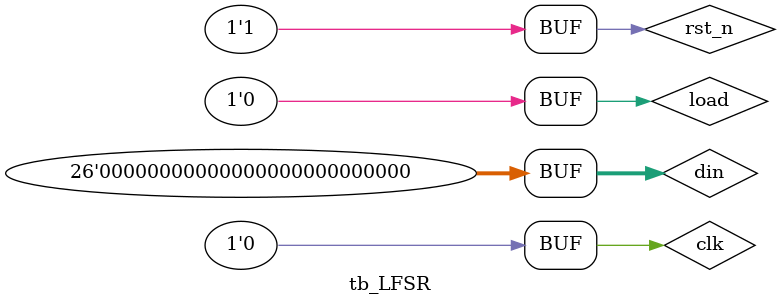
<source format=v>
`timescale 1ns/1ns
`include "LFSR.v"

module tb_LFSR;
  
  reg[1:26] din;
  reg clk, rst_n, load;
  wire[1:26] q;
  
  LFSR lfsr(q, clk, rst_n, load, din);
  
  initial
  begin
    clk = 0;
    repeat(1000)
    #5 clk = ~clk;
  end
  
  initial
  begin
    #0 rst_n <= 0;
    #10 rst_n <= 1;
    #10 load <= 1;
    #10 din <= $random % 27'H7000000;
    #20 load <= 0;
    #20 din <= 27'b0;
  end
  
endmodule

</source>
